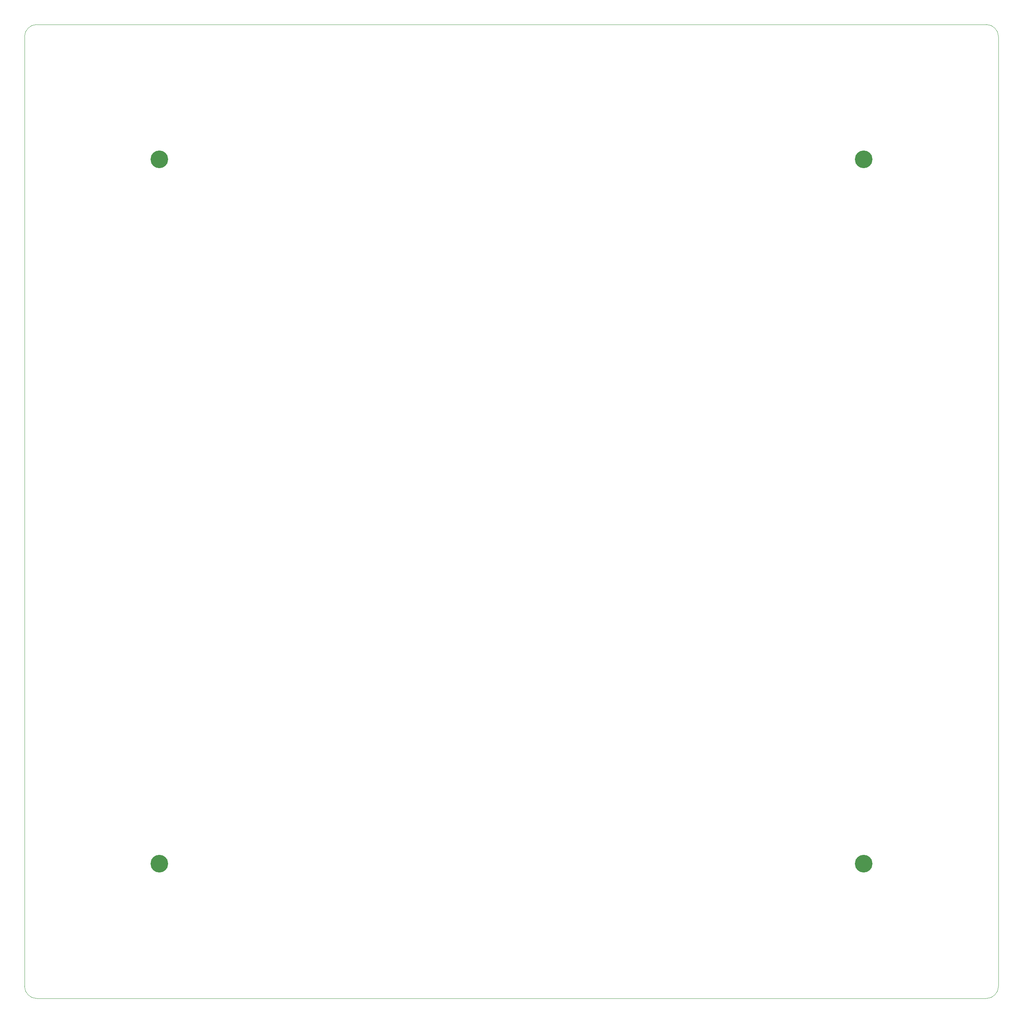
<source format=gbr>
G04 CAM350 Óà¹âÆ×¹¤×÷ÊÒºº»¯QQ:373423087 V9.5.1 (Build 211) Date:  Fri Oct 16 14:13:35 2020 *
G04 Database: c:\users\mloong\desktop\drawing1.cam *
G04 Layer 3: gko.gbr *
%FSLAX25Y25*%
%MOMM*%
%SFA1.000B1.000*%

%MIA0B0*%
%IPPOS*%
%ADD70C,0.05080*%
%ADD71C,4.25000*%
%LNgko.gbr*%
%LPD*%
G54D71*
X84463498Y59402159D03*
X67463498D03*
X84463498Y76402159D03*
X67463498D03*
G54D70*
X64213498Y79352159D02*
G01Y56452159D01*
Y56452159D02*
G75*
G03X64513498Y56152159I300000D01*
Y56152159D02*
G01X87413498D01*
Y56152159D02*
G03X87713498Y56452159J300000D01*
Y56452159D02*
G01Y79352159D01*
Y79352159D02*
G03X87413498Y79652159I-300000D01*
Y79652159D02*
G01X64513498D01*
Y79652159D02*
G03X64213498Y79352159J-300000D01*
M02*

</source>
